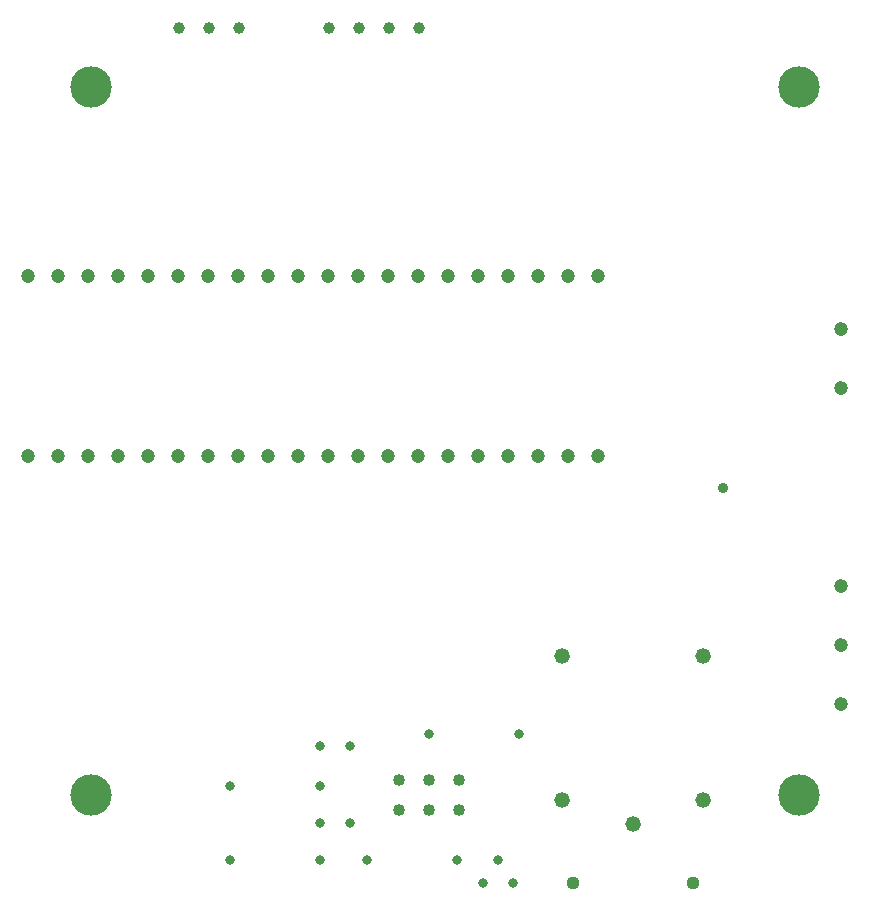
<source format=gbr>
G04 DesignSpark PCB Gerber Version 11.0 Build 5877*
%FSLAX35Y35*%
%MOIN*%
%ADD91C,0.03200*%
%ADD88C,0.03500*%
%ADD90C,0.03937*%
%ADD95C,0.04000*%
%ADD92C,0.04400*%
%ADD93C,0.04700*%
%ADD89C,0.04724*%
%ADD94C,0.05200*%
%ADD87C,0.13780*%
X0Y0D02*
D02*
D87*
X1681890Y1681890D03*
Y1918110D03*
X1918110Y1681890D03*
Y1918110D03*
D02*
D88*
X1892520Y1784252D03*
D02*
D89*
X1660945Y1795079D03*
Y1855079D03*
X1670945Y1795079D03*
Y1855079D03*
X1680945Y1795079D03*
Y1855079D03*
X1690945Y1795079D03*
Y1855079D03*
X1700945Y1795079D03*
Y1855079D03*
X1710945Y1795079D03*
Y1855079D03*
X1720945Y1795079D03*
Y1855079D03*
X1730945Y1795079D03*
Y1855079D03*
X1740945Y1795079D03*
Y1855079D03*
X1750945Y1795079D03*
Y1855079D03*
X1760945Y1795079D03*
Y1855079D03*
X1770945Y1795079D03*
Y1855079D03*
X1780945Y1795079D03*
Y1855079D03*
X1790945Y1795079D03*
Y1855079D03*
X1800945Y1795079D03*
Y1855079D03*
X1810945Y1795079D03*
Y1855079D03*
X1820945Y1795079D03*
Y1855079D03*
X1830945Y1795079D03*
Y1855079D03*
X1840945Y1795079D03*
Y1855079D03*
X1850945Y1795079D03*
Y1855079D03*
D02*
D90*
X1711260Y1937795D03*
X1721260D03*
X1731260D03*
X1761378D03*
X1771378D03*
X1781378D03*
X1791378D03*
D02*
D91*
X1728228Y1660256D03*
Y1685118D03*
X1758228Y1660256D03*
Y1672638D03*
Y1685118D03*
Y1698268D03*
X1768228Y1672638D03*
Y1698268D03*
X1774094Y1660256D03*
X1794843Y1702205D03*
X1804094Y1660256D03*
X1812717Y1652756D03*
X1817717Y1660256D03*
X1822717Y1652756D03*
X1824843Y1702205D03*
D02*
D92*
X1842598Y1652756D03*
X1882598D03*
D02*
D93*
X1932087Y1817717D03*
Y1837402D03*
X1932165Y1712323D03*
Y1732008D03*
Y1751693D03*
D02*
D94*
X1839098Y1680343D03*
Y1728343D03*
X1862598Y1672343D03*
X1886098Y1680343D03*
Y1728343D03*
D02*
D95*
X1784843Y1676929D03*
Y1686929D03*
X1794843Y1676929D03*
Y1686929D03*
X1804843Y1676929D03*
Y1686929D03*
X0Y0D02*
M02*

</source>
